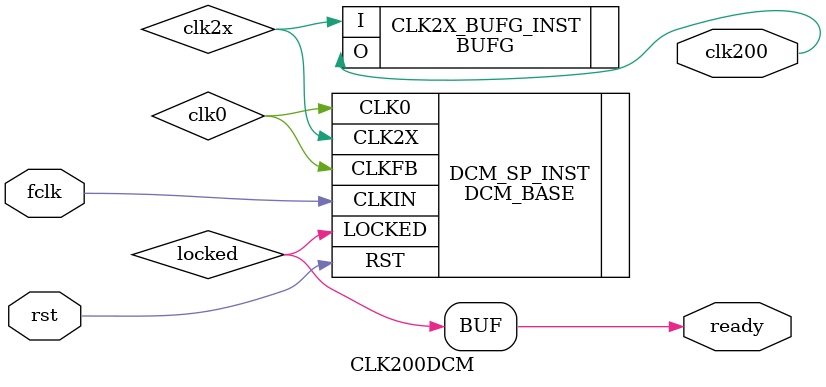
<source format=v>
`timescale 1ns / 1ps
`default_nettype none
module CLK200DCM(	//outputs
					clk200, ready,
					//inputs
					fclk, rst );
	
	//outputs
	output clk200, ready;
	//inputs
	input fclk, rst;
	 
	wire locked, clk0, clk2x;
	
	assign ready = locked;

	BUFG CLK2X_BUFG_INST (.I(clk2x),
								 .O(clk200));
								 
	DCM_BASE DCM_SP_INST (.CLKIN(fclk),
								 .CLKFB(clk0),
								 .CLK0(clk0),
								 .RST(rst),
								 .CLK2X(clk2x),
								 .LOCKED(locked));
								 
	defparam DCM_SP_INST.CLK_FEEDBACK = "1X";
	//defparam DCM_SP_INST.CLKDV_DIVIDE = 4;
	//defparam DCM_SP_INST.CLKIN_DIVIDE_BY_2 = "FALSE";
	defparam DCM_SP_INST.CLKIN_PERIOD = 10.000;
	defparam DCM_SP_INST.CLKOUT_PHASE_SHIFT = "NONE";
	defparam DCM_SP_INST.DESKEW_ADJUST = "SYSTEM_SYNCHRONOUS";
	defparam DCM_SP_INST.DFS_FREQUENCY_MODE = "LOW";
	defparam DCM_SP_INST.DLL_FREQUENCY_MODE = "LOW";
	defparam DCM_SP_INST.DUTY_CYCLE_CORRECTION = "TRUE";
	defparam DCM_SP_INST.FACTORY_JF = 16'hF0F0;
	defparam DCM_SP_INST.PHASE_SHIFT = 0;
	defparam DCM_SP_INST.STARTUP_WAIT = "TRUE";

	
endmodule

</source>
